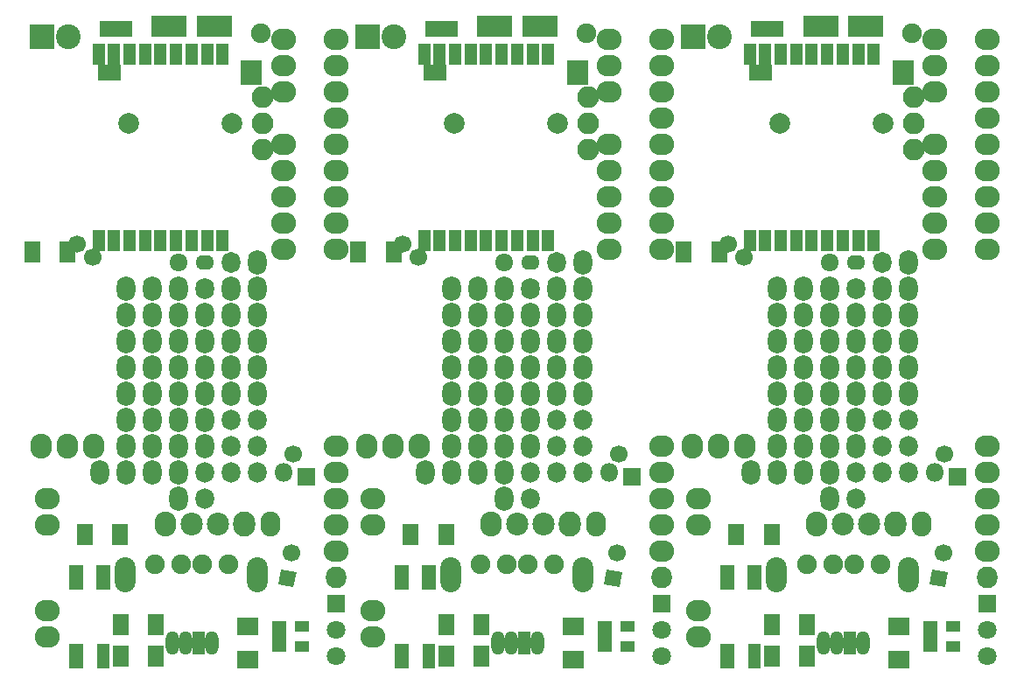
<source format=gbr>
G04 #@! TF.FileFunction,Soldermask,Top*
%FSLAX46Y46*%
G04 Gerber Fmt 4.6, Leading zero omitted, Abs format (unit mm)*
G04 Created by KiCad (PCBNEW 4.0.2-4+6225~38~ubuntu15.04.1-stable) date 2016年06月17日 16時11分24秒*
%MOMM*%
G01*
G04 APERTURE LIST*
%ADD10C,0.100000*%
%ADD11O,2.400000X2.100000*%
%ADD12R,2.000200X2.398980*%
%ADD13C,2.000000*%
%ADD14R,2.300000X1.600000*%
%ADD15O,2.100000X2.100000*%
%ADD16R,3.400000X2.051000*%
%ADD17C,1.200000*%
%ADD18O,2.100000X2.400000*%
%ADD19O,2.000000X2.100000*%
%ADD20R,1.600000X2.100000*%
%ADD21R,1.600000X2.000000*%
%ADD22C,1.900000*%
%ADD23C,1.700000*%
%ADD24R,1.299160X2.398980*%
%ADD25R,1.400760X2.398980*%
%ADD26R,1.200000X1.600000*%
%ADD27R,1.460000X1.050000*%
%ADD28O,2.127200X2.200000*%
%ADD29O,2.127200X2.432000*%
%ADD30O,1.900000X2.432000*%
%ADD31C,1.901140*%
%ADD32O,2.000000X3.400000*%
%ADD33R,2.000000X1.800000*%
%ADD34O,1.800000X2.400000*%
%ADD35O,1.800000X1.670000*%
%ADD36R,1.300000X2.100000*%
%ADD37R,1.797000X1.797000*%
%ADD38C,1.797000*%
%ADD39O,1.300000X2.305000*%
%ADD40R,1.300000X2.305000*%
%ADD41R,2.400000X2.400000*%
%ADD42C,2.400000*%
%ADD43R,1.700000X1.700000*%
%ADD44O,1.800000X2.000000*%
%ADD45O,1.800000X1.800000*%
%ADD46O,1.800000X2.100000*%
%ADD47O,1.800000X1.400000*%
%ADD48O,1.800000X2.051000*%
G04 APERTURE END LIST*
D10*
D11*
X195540000Y-73660000D03*
X195540000Y-63500000D03*
X195540000Y-66040000D03*
X195540000Y-71120000D03*
X195540000Y-68580000D03*
X195540000Y-58420000D03*
X195540000Y-60960000D03*
X195540000Y-55880000D03*
X195540000Y-53340000D03*
D12*
X187335000Y-56520000D03*
D13*
X175435000Y-61420000D03*
X185435000Y-61420000D03*
D14*
X173535000Y-56520000D03*
D11*
X195540000Y-95250000D03*
X195540000Y-92710000D03*
X195540000Y-97790000D03*
X195540000Y-100330000D03*
D15*
X188428000Y-58928000D03*
X188428000Y-61468000D03*
X188428000Y-64008000D03*
D16*
X179370000Y-52070000D03*
X183770000Y-52070000D03*
D17*
X182840000Y-52070000D03*
X180300000Y-52070000D03*
D11*
X190460000Y-58420000D03*
X190460000Y-55880000D03*
X190460000Y-53340000D03*
D18*
X166965000Y-92710000D03*
X169505000Y-92710000D03*
X172045000Y-92710000D03*
D19*
X195540000Y-105410000D03*
D11*
X195540000Y-102870000D03*
X195540000Y-100330000D03*
X167600000Y-111125000D03*
X167600000Y-108585000D03*
X167600000Y-100330000D03*
X167600000Y-97790000D03*
X190460000Y-63500000D03*
X190460000Y-68580000D03*
X190460000Y-66040000D03*
X190460000Y-71120000D03*
X190460000Y-73660000D03*
D20*
X166154000Y-73850500D03*
X169554000Y-73850500D03*
D21*
X171234000Y-101219000D03*
X174634000Y-101219000D03*
D20*
X178063000Y-109982000D03*
X174663000Y-109982000D03*
D22*
X188237500Y-52705000D03*
D23*
X170457500Y-73152000D03*
D24*
X173012740Y-113019840D03*
D25*
X170363520Y-113019840D03*
X170363520Y-105420160D03*
X172964480Y-105420160D03*
D26*
X173220000Y-52324000D03*
X175220000Y-52324000D03*
X174220000Y-52324000D03*
D20*
X178063000Y-113030000D03*
X174663000Y-113030000D03*
D27*
X189995000Y-110149600D03*
X189995000Y-111099600D03*
X189995000Y-112049600D03*
X192195000Y-112049600D03*
X192195000Y-110149600D03*
D18*
X179030000Y-100203000D03*
D28*
X181570000Y-100203000D03*
X184110000Y-100203000D03*
D29*
X186650000Y-100203000D03*
D30*
X189190000Y-100203000D03*
D31*
X185126860Y-104137880D03*
X182586860Y-104137880D03*
X180554860Y-104137880D03*
X178014860Y-104137880D03*
D32*
X187914000Y-105170000D03*
X175114000Y-105170000D03*
D33*
X186980200Y-113309200D03*
X186980200Y-110109200D03*
D34*
X180300000Y-97790000D03*
X180300000Y-95250000D03*
X180300000Y-92710000D03*
X180300000Y-90170000D03*
X180300000Y-87630000D03*
X180300000Y-85090000D03*
X180300000Y-82550000D03*
X180300000Y-80010000D03*
X180300000Y-77470000D03*
D35*
X180300000Y-74930000D03*
D34*
X175220000Y-92710000D03*
X177760000Y-92710000D03*
D36*
X172522000Y-54754000D03*
X172522000Y-72754000D03*
X174022000Y-54754000D03*
X174022000Y-72754000D03*
X175522000Y-54754000D03*
X175522000Y-72754000D03*
X177022000Y-54754000D03*
X177022000Y-72754000D03*
X178522000Y-54754000D03*
X178522000Y-72754000D03*
X180022000Y-54754000D03*
X180022000Y-72754000D03*
X181522000Y-54754000D03*
X181522000Y-72754000D03*
X183022000Y-54754000D03*
X183022000Y-72754000D03*
X184522000Y-54754000D03*
X184522000Y-72754000D03*
D37*
X195540000Y-107950000D03*
D38*
X195540000Y-110490000D03*
X195540000Y-113030000D03*
D39*
X183475000Y-111760000D03*
D40*
X182205000Y-111760000D03*
D39*
X180935000Y-111760000D03*
X179665000Y-111760000D03*
D41*
X167092000Y-53086000D03*
D42*
X169632000Y-53086000D03*
D23*
X191369000Y-93465936D03*
D43*
X192619000Y-95631000D03*
D34*
X175220000Y-95250000D03*
X177760000Y-95250000D03*
X175220000Y-90170000D03*
X177760000Y-90170000D03*
X175220000Y-87630000D03*
X177760000Y-87630000D03*
X175220000Y-77470000D03*
X177760000Y-77470000D03*
X175220000Y-80010000D03*
X177760000Y-80010000D03*
X175220000Y-85090000D03*
X177760000Y-85090000D03*
X175220000Y-82550000D03*
X177760000Y-82550000D03*
X185380000Y-82550000D03*
X187920000Y-82550000D03*
X185380000Y-85090000D03*
X187920000Y-85090000D03*
X185380000Y-80010000D03*
X187920000Y-80010000D03*
X185380000Y-77470000D03*
X187920000Y-77470000D03*
X185380000Y-87630000D03*
X187920000Y-87630000D03*
D44*
X185380000Y-90170000D03*
X187920000Y-90170000D03*
X185380000Y-95250000D03*
X187920000Y-95250000D03*
X185380000Y-92710000D03*
X187920000Y-92710000D03*
X187920000Y-95250000D03*
D45*
X190460000Y-95250000D03*
D34*
X172680000Y-95250000D03*
X175220000Y-95250000D03*
D44*
X182840000Y-97790000D03*
X182840000Y-95250000D03*
D34*
X182840000Y-92710000D03*
X182840000Y-90170000D03*
X182840000Y-87630000D03*
X182840000Y-85090000D03*
X182840000Y-82550000D03*
X182840000Y-80010000D03*
D46*
X182840000Y-77470000D03*
D47*
X182840000Y-74930000D03*
D23*
X191224320Y-103024181D03*
D10*
G36*
X191398570Y-106355042D02*
X189921358Y-106094570D01*
X190181830Y-104617358D01*
X191659042Y-104877830D01*
X191398570Y-106355042D01*
X191398570Y-106355042D01*
G37*
D48*
X185380000Y-74930000D03*
D34*
X187920000Y-74930000D03*
D23*
X171981500Y-74358500D03*
D12*
X155835000Y-56520000D03*
D13*
X143935000Y-61420000D03*
X153935000Y-61420000D03*
D14*
X142035000Y-56520000D03*
D11*
X164040000Y-95250000D03*
X164040000Y-92710000D03*
X164040000Y-97790000D03*
X164040000Y-100330000D03*
D15*
X156928000Y-58928000D03*
X156928000Y-61468000D03*
X156928000Y-64008000D03*
D16*
X147870000Y-52070000D03*
X152270000Y-52070000D03*
D17*
X151340000Y-52070000D03*
X148800000Y-52070000D03*
D11*
X158960000Y-58420000D03*
X158960000Y-55880000D03*
X158960000Y-53340000D03*
D18*
X135465000Y-92710000D03*
X138005000Y-92710000D03*
X140545000Y-92710000D03*
D19*
X164040000Y-105410000D03*
D11*
X164040000Y-102870000D03*
X164040000Y-100330000D03*
X136100000Y-111125000D03*
X136100000Y-108585000D03*
X136100000Y-100330000D03*
X136100000Y-97790000D03*
X158960000Y-63500000D03*
X158960000Y-68580000D03*
X158960000Y-66040000D03*
X158960000Y-71120000D03*
X158960000Y-73660000D03*
X164040000Y-73660000D03*
X164040000Y-63500000D03*
X164040000Y-66040000D03*
X164040000Y-71120000D03*
X164040000Y-68580000D03*
X164040000Y-58420000D03*
X164040000Y-60960000D03*
X164040000Y-55880000D03*
X164040000Y-53340000D03*
D20*
X134654000Y-73850500D03*
X138054000Y-73850500D03*
D21*
X139734000Y-101219000D03*
X143134000Y-101219000D03*
D20*
X146563000Y-109982000D03*
X143163000Y-109982000D03*
D22*
X156737500Y-52705000D03*
D23*
X138957500Y-73152000D03*
D24*
X141512740Y-113019840D03*
D25*
X138863520Y-113019840D03*
X138863520Y-105420160D03*
X141464480Y-105420160D03*
D26*
X141720000Y-52324000D03*
X143720000Y-52324000D03*
X142720000Y-52324000D03*
D20*
X146563000Y-113030000D03*
X143163000Y-113030000D03*
D27*
X158495000Y-110149600D03*
X158495000Y-111099600D03*
X158495000Y-112049600D03*
X160695000Y-112049600D03*
X160695000Y-110149600D03*
D18*
X147530000Y-100203000D03*
D28*
X150070000Y-100203000D03*
X152610000Y-100203000D03*
D29*
X155150000Y-100203000D03*
D30*
X157690000Y-100203000D03*
D31*
X153626860Y-104137880D03*
X151086860Y-104137880D03*
X149054860Y-104137880D03*
X146514860Y-104137880D03*
D32*
X156414000Y-105170000D03*
X143614000Y-105170000D03*
D33*
X155480200Y-113309200D03*
X155480200Y-110109200D03*
D34*
X148800000Y-97790000D03*
X148800000Y-95250000D03*
X148800000Y-92710000D03*
X148800000Y-90170000D03*
X148800000Y-87630000D03*
X148800000Y-85090000D03*
X148800000Y-82550000D03*
X148800000Y-80010000D03*
X148800000Y-77470000D03*
D35*
X148800000Y-74930000D03*
D34*
X143720000Y-92710000D03*
X146260000Y-92710000D03*
D36*
X141022000Y-54754000D03*
X141022000Y-72754000D03*
X142522000Y-54754000D03*
X142522000Y-72754000D03*
X144022000Y-54754000D03*
X144022000Y-72754000D03*
X145522000Y-54754000D03*
X145522000Y-72754000D03*
X147022000Y-54754000D03*
X147022000Y-72754000D03*
X148522000Y-54754000D03*
X148522000Y-72754000D03*
X150022000Y-54754000D03*
X150022000Y-72754000D03*
X151522000Y-54754000D03*
X151522000Y-72754000D03*
X153022000Y-54754000D03*
X153022000Y-72754000D03*
D37*
X164040000Y-107950000D03*
D38*
X164040000Y-110490000D03*
X164040000Y-113030000D03*
D39*
X151975000Y-111760000D03*
D40*
X150705000Y-111760000D03*
D39*
X149435000Y-111760000D03*
X148165000Y-111760000D03*
D41*
X135592000Y-53086000D03*
D42*
X138132000Y-53086000D03*
D23*
X159869000Y-93465936D03*
D43*
X161119000Y-95631000D03*
D34*
X143720000Y-95250000D03*
X146260000Y-95250000D03*
X143720000Y-90170000D03*
X146260000Y-90170000D03*
X143720000Y-87630000D03*
X146260000Y-87630000D03*
X143720000Y-77470000D03*
X146260000Y-77470000D03*
X143720000Y-80010000D03*
X146260000Y-80010000D03*
X143720000Y-85090000D03*
X146260000Y-85090000D03*
X143720000Y-82550000D03*
X146260000Y-82550000D03*
X153880000Y-82550000D03*
X156420000Y-82550000D03*
X153880000Y-85090000D03*
X156420000Y-85090000D03*
X153880000Y-80010000D03*
X156420000Y-80010000D03*
X153880000Y-77470000D03*
X156420000Y-77470000D03*
X153880000Y-87630000D03*
X156420000Y-87630000D03*
D44*
X153880000Y-90170000D03*
X156420000Y-90170000D03*
X153880000Y-95250000D03*
X156420000Y-95250000D03*
X153880000Y-92710000D03*
X156420000Y-92710000D03*
X156420000Y-95250000D03*
D45*
X158960000Y-95250000D03*
D34*
X141180000Y-95250000D03*
X143720000Y-95250000D03*
D44*
X151340000Y-97790000D03*
X151340000Y-95250000D03*
D34*
X151340000Y-92710000D03*
X151340000Y-90170000D03*
X151340000Y-87630000D03*
X151340000Y-85090000D03*
X151340000Y-82550000D03*
X151340000Y-80010000D03*
D46*
X151340000Y-77470000D03*
D47*
X151340000Y-74930000D03*
D23*
X159724320Y-103024181D03*
D10*
G36*
X159898570Y-106355042D02*
X158421358Y-106094570D01*
X158681830Y-104617358D01*
X160159042Y-104877830D01*
X159898570Y-106355042D01*
X159898570Y-106355042D01*
G37*
D48*
X153880000Y-74930000D03*
D34*
X156420000Y-74930000D03*
D23*
X140481500Y-74358500D03*
X203481500Y-74358500D03*
D48*
X216880000Y-74930000D03*
D34*
X219420000Y-74930000D03*
D23*
X222724320Y-103024181D03*
D10*
G36*
X222898570Y-106355042D02*
X221421358Y-106094570D01*
X221681830Y-104617358D01*
X223159042Y-104877830D01*
X222898570Y-106355042D01*
X222898570Y-106355042D01*
G37*
D44*
X214340000Y-97790000D03*
X214340000Y-95250000D03*
D34*
X214340000Y-92710000D03*
X214340000Y-90170000D03*
X214340000Y-87630000D03*
X214340000Y-85090000D03*
X214340000Y-82550000D03*
X214340000Y-80010000D03*
D46*
X214340000Y-77470000D03*
D47*
X214340000Y-74930000D03*
D34*
X204180000Y-95250000D03*
X206720000Y-95250000D03*
D44*
X219420000Y-95250000D03*
D45*
X221960000Y-95250000D03*
D44*
X216880000Y-92710000D03*
X219420000Y-92710000D03*
X216880000Y-95250000D03*
X219420000Y-95250000D03*
X216880000Y-90170000D03*
X219420000Y-90170000D03*
D34*
X216880000Y-87630000D03*
X219420000Y-87630000D03*
X216880000Y-77470000D03*
X219420000Y-77470000D03*
X216880000Y-80010000D03*
X219420000Y-80010000D03*
X216880000Y-85090000D03*
X219420000Y-85090000D03*
X216880000Y-82550000D03*
X219420000Y-82550000D03*
X206720000Y-82550000D03*
X209260000Y-82550000D03*
X206720000Y-85090000D03*
X209260000Y-85090000D03*
X206720000Y-80010000D03*
X209260000Y-80010000D03*
X206720000Y-77470000D03*
X209260000Y-77470000D03*
X206720000Y-87630000D03*
X209260000Y-87630000D03*
X206720000Y-90170000D03*
X209260000Y-90170000D03*
X206720000Y-95250000D03*
X209260000Y-95250000D03*
D23*
X222869000Y-93465936D03*
D43*
X224119000Y-95631000D03*
D41*
X198592000Y-53086000D03*
D42*
X201132000Y-53086000D03*
D39*
X214975000Y-111760000D03*
D40*
X213705000Y-111760000D03*
D39*
X212435000Y-111760000D03*
X211165000Y-111760000D03*
D37*
X227040000Y-107950000D03*
D38*
X227040000Y-110490000D03*
X227040000Y-113030000D03*
D36*
X204022000Y-54754000D03*
X204022000Y-72754000D03*
X205522000Y-54754000D03*
X205522000Y-72754000D03*
X207022000Y-54754000D03*
X207022000Y-72754000D03*
X208522000Y-54754000D03*
X208522000Y-72754000D03*
X210022000Y-54754000D03*
X210022000Y-72754000D03*
X211522000Y-54754000D03*
X211522000Y-72754000D03*
X213022000Y-54754000D03*
X213022000Y-72754000D03*
X214522000Y-54754000D03*
X214522000Y-72754000D03*
X216022000Y-54754000D03*
X216022000Y-72754000D03*
D34*
X206720000Y-92710000D03*
X209260000Y-92710000D03*
X211800000Y-97790000D03*
X211800000Y-95250000D03*
X211800000Y-92710000D03*
X211800000Y-90170000D03*
X211800000Y-87630000D03*
X211800000Y-85090000D03*
X211800000Y-82550000D03*
X211800000Y-80010000D03*
X211800000Y-77470000D03*
D35*
X211800000Y-74930000D03*
D33*
X218480200Y-113309200D03*
X218480200Y-110109200D03*
D31*
X216626860Y-104137880D03*
X214086860Y-104137880D03*
X212054860Y-104137880D03*
X209514860Y-104137880D03*
D32*
X219414000Y-105170000D03*
X206614000Y-105170000D03*
D18*
X210530000Y-100203000D03*
D28*
X213070000Y-100203000D03*
X215610000Y-100203000D03*
D29*
X218150000Y-100203000D03*
D30*
X220690000Y-100203000D03*
D27*
X221495000Y-110149600D03*
X221495000Y-111099600D03*
X221495000Y-112049600D03*
X223695000Y-112049600D03*
X223695000Y-110149600D03*
D20*
X209563000Y-113030000D03*
X206163000Y-113030000D03*
D26*
X204720000Y-52324000D03*
X206720000Y-52324000D03*
X205720000Y-52324000D03*
D24*
X204512740Y-113019840D03*
D25*
X201863520Y-113019840D03*
X201863520Y-105420160D03*
X204464480Y-105420160D03*
D23*
X201957500Y-73152000D03*
D22*
X219737500Y-52705000D03*
D20*
X209563000Y-109982000D03*
X206163000Y-109982000D03*
D21*
X202734000Y-101219000D03*
X206134000Y-101219000D03*
D20*
X197654000Y-73850500D03*
X201054000Y-73850500D03*
D11*
X227040000Y-73660000D03*
X227040000Y-63500000D03*
X227040000Y-66040000D03*
X227040000Y-71120000D03*
X227040000Y-68580000D03*
X227040000Y-58420000D03*
X227040000Y-60960000D03*
X227040000Y-55880000D03*
X227040000Y-53340000D03*
X221960000Y-63500000D03*
X221960000Y-68580000D03*
X221960000Y-66040000D03*
X221960000Y-71120000D03*
X221960000Y-73660000D03*
X199100000Y-100330000D03*
X199100000Y-97790000D03*
X199100000Y-111125000D03*
X199100000Y-108585000D03*
D19*
X227040000Y-105410000D03*
D11*
X227040000Y-102870000D03*
X227040000Y-100330000D03*
D18*
X198465000Y-92710000D03*
X201005000Y-92710000D03*
X203545000Y-92710000D03*
D11*
X221960000Y-58420000D03*
X221960000Y-55880000D03*
X221960000Y-53340000D03*
D16*
X210870000Y-52070000D03*
X215270000Y-52070000D03*
D17*
X214340000Y-52070000D03*
X211800000Y-52070000D03*
D15*
X219928000Y-58928000D03*
X219928000Y-61468000D03*
X219928000Y-64008000D03*
D11*
X227040000Y-95250000D03*
X227040000Y-92710000D03*
X227040000Y-97790000D03*
X227040000Y-100330000D03*
D12*
X218835000Y-56520000D03*
D13*
X206935000Y-61420000D03*
X216935000Y-61420000D03*
D14*
X205035000Y-56520000D03*
M02*

</source>
